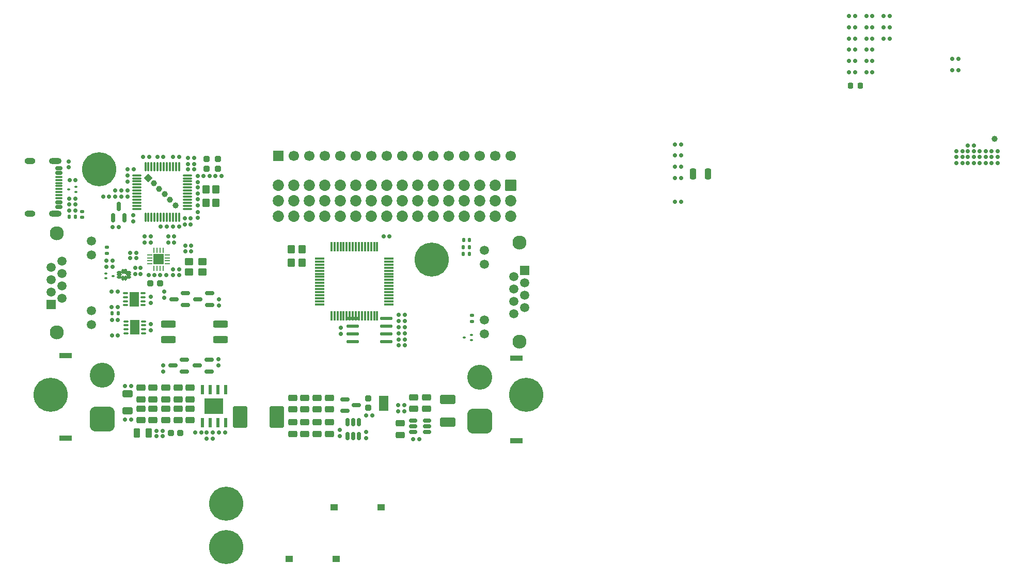
<source format=gbr>
%TF.GenerationSoftware,KiCad,Pcbnew,9.0.3*%
%TF.CreationDate,2025-09-15T21:45:31+02:00*%
%TF.ProjectId,MMS2,4d4d5332-2e6b-4696-9361-645f70636258,rev?*%
%TF.SameCoordinates,Original*%
%TF.FileFunction,Soldermask,Top*%
%TF.FilePolarity,Negative*%
%FSLAX46Y46*%
G04 Gerber Fmt 4.6, Leading zero omitted, Abs format (unit mm)*
G04 Created by KiCad (PCBNEW 9.0.3) date 2025-09-15 21:45:31*
%MOMM*%
%LPD*%
G01*
G04 APERTURE LIST*
G04 Aperture macros list*
%AMRoundRect*
0 Rectangle with rounded corners*
0 $1 Rounding radius*
0 $2 $3 $4 $5 $6 $7 $8 $9 X,Y pos of 4 corners*
0 Add a 4 corners polygon primitive as box body*
4,1,4,$2,$3,$4,$5,$6,$7,$8,$9,$2,$3,0*
0 Add four circle primitives for the rounded corners*
1,1,$1+$1,$2,$3*
1,1,$1+$1,$4,$5*
1,1,$1+$1,$6,$7*
1,1,$1+$1,$8,$9*
0 Add four rect primitives between the rounded corners*
20,1,$1+$1,$2,$3,$4,$5,0*
20,1,$1+$1,$4,$5,$6,$7,0*
20,1,$1+$1,$6,$7,$8,$9,0*
20,1,$1+$1,$8,$9,$2,$3,0*%
%AMRotRect*
0 Rectangle, with rotation*
0 The origin of the aperture is its center*
0 $1 length*
0 $2 width*
0 $3 Rotation angle, in degrees counterclockwise*
0 Add horizontal line*
21,1,$1,$2,0,0,$3*%
%AMFreePoly0*
4,1,6,1.000000,0.000000,0.500000,-0.750000,-0.500000,-0.750000,-0.500000,0.750000,0.500000,0.750000,1.000000,0.000000,1.000000,0.000000,$1*%
%AMFreePoly1*
4,1,6,0.500000,-0.750000,-0.650000,-0.750000,-0.150000,0.000000,-0.650000,0.750000,0.500000,0.750000,0.500000,-0.750000,0.500000,-0.750000,$1*%
G04 Aperture macros list end*
%ADD10C,1.700000*%
%ADD11R,1.700000X1.700000*%
%ADD12C,4.100000*%
%ADD13RoundRect,1.025000X-1.025000X1.025000X-1.025000X-1.025000X1.025000X-1.025000X1.025000X1.025000X0*%
%ADD14R,2.000000X0.900000*%
%ADD15RoundRect,0.269000X0.494000X-0.269000X0.494000X0.269000X-0.494000X0.269000X-0.494000X-0.269000X0*%
%ADD16RoundRect,0.159000X0.159000X0.189000X-0.159000X0.189000X-0.159000X-0.189000X0.159000X-0.189000X0*%
%ADD17RoundRect,0.140000X0.140000X0.170000X-0.140000X0.170000X-0.140000X-0.170000X0.140000X-0.170000X0*%
%ADD18RoundRect,0.159000X-0.159000X-0.189000X0.159000X-0.189000X0.159000X0.189000X-0.159000X0.189000X0*%
%ADD19RoundRect,0.150000X0.590000X0.150000X-0.590000X0.150000X-0.590000X-0.150000X0.590000X-0.150000X0*%
%ADD20RoundRect,0.159000X0.189000X-0.159000X0.189000X0.159000X-0.189000X0.159000X-0.189000X-0.159000X0*%
%ADD21RoundRect,0.269000X0.269000X0.494000X-0.269000X0.494000X-0.269000X-0.494000X0.269000X-0.494000X0*%
%ADD22O,2.050000X0.590000*%
%ADD23RoundRect,0.267273X-0.570727X0.320727X-0.570727X-0.320727X0.570727X-0.320727X0.570727X0.320727X0*%
%ADD24RoundRect,0.269000X-0.494000X0.269000X-0.494000X-0.269000X0.494000X-0.269000X0.494000X0.269000X0*%
%ADD25RoundRect,0.159000X-0.189000X0.159000X-0.189000X-0.159000X0.189000X-0.159000X0.189000X0.159000X0*%
%ADD26RoundRect,0.150000X0.150000X-0.587500X0.150000X0.587500X-0.150000X0.587500X-0.150000X-0.587500X0*%
%ADD27R,1.500000X1.500000*%
%ADD28C,1.500000*%
%ADD29C,2.300000*%
%ADD30RoundRect,0.075000X0.350000X0.075000X-0.350000X0.075000X-0.350000X-0.075000X0.350000X-0.075000X0*%
%ADD31R,1.600000X2.400000*%
%ADD32RoundRect,0.150000X0.150000X-0.512500X0.150000X0.512500X-0.150000X0.512500X-0.150000X-0.512500X0*%
%ADD33C,1.000000*%
%ADD34RoundRect,0.250001X-0.949999X-1.499999X0.949999X-1.499999X0.949999X1.499999X-0.949999X1.499999X0*%
%ADD35RoundRect,0.239000X0.274000X-0.239000X0.274000X0.239000X-0.274000X0.239000X-0.274000X-0.239000X0*%
%ADD36RoundRect,0.075000X0.700000X0.075000X-0.700000X0.075000X-0.700000X-0.075000X0.700000X-0.075000X0*%
%ADD37RoundRect,0.075000X0.075000X0.700000X-0.075000X0.700000X-0.075000X-0.700000X0.075000X-0.700000X0*%
%ADD38RoundRect,0.239000X-0.239000X-0.274000X0.239000X-0.274000X0.239000X0.274000X-0.239000X0.274000X0*%
%ADD39C,5.600000*%
%ADD40RoundRect,0.239000X-0.274000X0.239000X-0.274000X-0.239000X0.274000X-0.239000X0.274000X0.239000X0*%
%ADD41RoundRect,0.075000X0.662500X0.075000X-0.662500X0.075000X-0.662500X-0.075000X0.662500X-0.075000X0*%
%ADD42RoundRect,0.075000X0.075000X0.662500X-0.075000X0.662500X-0.075000X-0.662500X0.075000X-0.662500X0*%
%ADD43RotRect,1.000000X1.000000X45.000000*%
%ADD44RoundRect,0.250000X0.970000X0.310000X-0.970000X0.310000X-0.970000X-0.310000X0.970000X-0.310000X0*%
%ADD45RoundRect,0.135000X-0.135000X-0.185000X0.135000X-0.185000X0.135000X0.185000X-0.135000X0.185000X0*%
%ADD46RoundRect,0.100000X0.125000X0.100000X-0.125000X0.100000X-0.125000X-0.100000X0.125000X-0.100000X0*%
%ADD47RoundRect,0.150000X-0.425000X0.150000X-0.425000X-0.150000X0.425000X-0.150000X0.425000X0.150000X0*%
%ADD48RoundRect,0.075000X-0.500000X0.075000X-0.500000X-0.075000X0.500000X-0.075000X0.500000X0.075000X0*%
%ADD49O,2.100000X1.000000*%
%ADD50O,1.800000X1.000000*%
%ADD51RoundRect,0.250001X0.999999X-0.499999X0.999999X0.499999X-0.999999X0.499999X-0.999999X-0.499999X0*%
%ADD52RoundRect,0.150000X0.512500X0.150000X-0.512500X0.150000X-0.512500X-0.150000X0.512500X-0.150000X0*%
%ADD53R,1.250000X1.000000*%
%ADD54RoundRect,0.140000X0.170000X-0.140000X0.170000X0.140000X-0.170000X0.140000X-0.170000X-0.140000X0*%
%ADD55RoundRect,0.250000X0.350000X-0.450000X0.350000X0.450000X-0.350000X0.450000X-0.350000X-0.450000X0*%
%ADD56RoundRect,0.220000X-0.220000X-0.255000X0.220000X-0.255000X0.220000X0.255000X-0.220000X0.255000X0*%
%ADD57RoundRect,0.150000X-0.590000X-0.150000X0.590000X-0.150000X0.590000X0.150000X-0.590000X0.150000X0*%
%ADD58RoundRect,0.135000X0.185000X-0.135000X0.185000X0.135000X-0.185000X0.135000X-0.185000X-0.135000X0*%
%ADD59RoundRect,0.135000X-0.185000X0.135000X-0.185000X-0.135000X0.185000X-0.135000X0.185000X0.135000X0*%
%ADD60RoundRect,0.135000X0.135000X0.185000X-0.135000X0.185000X-0.135000X-0.185000X0.135000X-0.185000X0*%
%ADD61RoundRect,0.102000X-0.825000X-0.825000X0.825000X-0.825000X0.825000X0.825000X-0.825000X0.825000X0*%
%ADD62C,1.854000*%
%ADD63RoundRect,1.025000X1.025000X-1.025000X1.025000X1.025000X-1.025000X1.025000X-1.025000X-1.025000X0*%
%ADD64RoundRect,0.102000X-0.112500X0.331500X-0.112500X-0.331500X0.112500X-0.331500X0.112500X0.331500X0*%
%ADD65RoundRect,0.102000X-0.112500X0.281500X-0.112500X-0.281500X0.112500X-0.281500X0.112500X0.281500X0*%
%ADD66RoundRect,0.102000X-0.281500X0.112500X-0.281500X-0.112500X0.281500X-0.112500X0.281500X0.112500X0*%
%ADD67FreePoly0,270.000000*%
%ADD68FreePoly1,270.000000*%
%ADD69RoundRect,0.062500X0.350000X0.062500X-0.350000X0.062500X-0.350000X-0.062500X0.350000X-0.062500X0*%
%ADD70RoundRect,0.062500X0.062500X0.350000X-0.062500X0.350000X-0.062500X-0.350000X0.062500X-0.350000X0*%
%ADD71R,3.100000X2.600000*%
%ADD72R,0.600000X1.550000*%
%ADD73RoundRect,0.100000X-0.125000X-0.100000X0.125000X-0.100000X0.125000X0.100000X-0.125000X0.100000X0*%
%ADD74RoundRect,0.250000X-0.450000X-0.350000X0.450000X-0.350000X0.450000X0.350000X-0.450000X0.350000X0*%
%ADD75RoundRect,0.250000X0.250000X-0.650000X0.250000X0.650000X-0.250000X0.650000X-0.250000X-0.650000X0*%
G04 APERTURE END LIST*
%TO.C,JP301*%
G36*
X141350000Y-129210000D02*
G01*
X139850000Y-129210000D01*
X139850000Y-131660000D01*
X141350000Y-131660000D01*
X141350000Y-129210000D01*
G37*
%TD*%
D10*
%TO.C,REF\u002A\u002A*%
X161460000Y-89800000D03*
X158920000Y-89800000D03*
X156380000Y-89800000D03*
X153840000Y-89800000D03*
X151300000Y-89800000D03*
X148760000Y-89800000D03*
X146220000Y-89800000D03*
X143680000Y-89800000D03*
X141140000Y-89800000D03*
X138600000Y-89800000D03*
X136060000Y-89800000D03*
X133520000Y-89800000D03*
X130980000Y-89800000D03*
X128440000Y-89800000D03*
X125900000Y-89800000D03*
D11*
X123360000Y-89800000D03*
%TD*%
D12*
%TO.C,J7*%
X156400000Y-126150000D03*
D13*
X156400000Y-133350000D03*
D14*
X162400000Y-136500000D03*
X162400000Y-123000000D03*
%TD*%
D15*
%TO.C,C11*%
X129700000Y-131400000D03*
X129700000Y-129500000D03*
%TD*%
D16*
%TO.C,R501*%
X97000000Y-114600000D03*
X96000000Y-114600000D03*
%TD*%
%TO.C,C703*%
X107046000Y-101439888D03*
X106046000Y-101439888D03*
%TD*%
D17*
%TO.C,C46*%
X154670000Y-103600000D03*
X153710000Y-103600000D03*
%TD*%
D18*
%TO.C,R403*%
X238300000Y-91000000D03*
X239300000Y-91000000D03*
%TD*%
D16*
%TO.C,R710*%
X95600000Y-96500000D03*
X94600000Y-96500000D03*
%TD*%
D19*
%TO.C,Q2*%
X111961256Y-125165000D03*
X111961256Y-123265000D03*
X110081256Y-124215000D03*
%TD*%
D20*
%TO.C,R16*%
X133600000Y-119000000D03*
X133600000Y-118000000D03*
%TD*%
%TO.C,C702*%
X110170000Y-94100000D03*
X110170000Y-93100000D03*
%TD*%
D16*
%TO.C,C503*%
X97000000Y-112100000D03*
X96000000Y-112100000D03*
%TD*%
D18*
%TO.C,C426*%
X222600000Y-70550000D03*
X223600000Y-70550000D03*
%TD*%
D15*
%TO.C,C28*%
X131700000Y-131400000D03*
X131700000Y-129500000D03*
%TD*%
D19*
%TO.C,Q5*%
X112050000Y-114250000D03*
X112050000Y-112350000D03*
X110170000Y-113300000D03*
%TD*%
D18*
%TO.C,R10*%
X103400000Y-135800000D03*
X104400000Y-135800000D03*
%TD*%
D21*
%TO.C,C16*%
X102050000Y-135300000D03*
X100150000Y-135300000D03*
%TD*%
D18*
%TO.C,C314*%
X216900000Y-68700000D03*
X217900000Y-68700000D03*
%TD*%
%TO.C,C26*%
X188400000Y-87900000D03*
X189400000Y-87900000D03*
%TD*%
%TO.C,C401*%
X216900000Y-72400000D03*
X217900000Y-72400000D03*
%TD*%
D22*
%TO.C,U6*%
X141070000Y-120310000D03*
X141070000Y-119040000D03*
X141070000Y-117760000D03*
X141070000Y-116490000D03*
X135530000Y-116490000D03*
X135530000Y-117760000D03*
X135530000Y-119040000D03*
X135530000Y-120310000D03*
%TD*%
D23*
%TO.C,D1*%
X98600000Y-128850000D03*
X98600000Y-131650000D03*
%TD*%
D24*
%TO.C,C6*%
X102800000Y-127850000D03*
X102800000Y-129750000D03*
%TD*%
D18*
%TO.C,R704*%
X106096000Y-90000000D03*
X107096000Y-90000000D03*
%TD*%
D25*
%TO.C,C705*%
X110170000Y-99000000D03*
X110170000Y-100000000D03*
%TD*%
D20*
%TO.C,C704*%
X97600000Y-96500000D03*
X97600000Y-95500000D03*
%TD*%
D19*
%TO.C,Q3*%
X107940000Y-125165000D03*
X107940000Y-123265000D03*
X106060000Y-124215000D03*
%TD*%
D18*
%TO.C,C405*%
X219750000Y-68700000D03*
X220750000Y-68700000D03*
%TD*%
D26*
%TO.C,Q700*%
X96250000Y-99937500D03*
X98150000Y-99937500D03*
X97200000Y-98062500D03*
%TD*%
D27*
%TO.C,J9*%
X163750000Y-108610000D03*
D28*
X161970000Y-109626000D03*
X163750000Y-110642000D03*
X161970000Y-111658000D03*
X163750000Y-112674000D03*
X161970000Y-113690000D03*
X163750000Y-114706000D03*
X161970000Y-115722000D03*
X157150000Y-105310000D03*
X157150000Y-107600000D03*
X157150000Y-116740000D03*
X157150000Y-119030000D03*
D29*
X162860000Y-104040000D03*
X162860000Y-120300000D03*
%TD*%
D20*
%TO.C,C502*%
X102400000Y-113900000D03*
X102400000Y-112900000D03*
%TD*%
D18*
%TO.C,C416*%
X236400000Y-91000000D03*
X237400000Y-91000000D03*
%TD*%
D30*
%TO.C,U501*%
X101200000Y-114300000D03*
X101200000Y-113650000D03*
X101200000Y-113000000D03*
X101200000Y-112350000D03*
X98300000Y-112350000D03*
X98300000Y-113000000D03*
X98300000Y-113650000D03*
X98300000Y-114300000D03*
D31*
X99750000Y-113325000D03*
%TD*%
D32*
%TO.C,U5*%
X134650000Y-135737500D03*
X135600000Y-135737500D03*
X136550000Y-135737500D03*
X136550000Y-133462500D03*
X135600000Y-133462500D03*
X134650000Y-133462500D03*
%TD*%
D33*
%TO.C,TP302*%
X240750000Y-87000000D03*
%TD*%
D18*
%TO.C,C10*%
X113600000Y-135150000D03*
X114600000Y-135150000D03*
%TD*%
D34*
%TO.C,L1*%
X117100000Y-132600000D03*
X123100000Y-132600000D03*
%TD*%
D18*
%TO.C,R713*%
X111100000Y-93110000D03*
X112100000Y-93110000D03*
%TD*%
%TO.C,C403*%
X216900000Y-76100000D03*
X217900000Y-76100000D03*
%TD*%
D20*
%TO.C,R711*%
X96600000Y-96500000D03*
X96600000Y-95500000D03*
%TD*%
%TO.C,C500*%
X102450000Y-118425000D03*
X102450000Y-117425000D03*
%TD*%
%TO.C,R706*%
X108046000Y-101039888D03*
X108046000Y-100039888D03*
%TD*%
D18*
%TO.C,C700*%
X233850000Y-73900000D03*
X234850000Y-73900000D03*
%TD*%
D16*
%TO.C,R901*%
X106275000Y-103000000D03*
X105275000Y-103000000D03*
%TD*%
D35*
%TO.C,D2*%
X138050000Y-131140000D03*
X138050000Y-129560000D03*
%TD*%
D16*
%TO.C,R715*%
X99600000Y-92000000D03*
X98600000Y-92000000D03*
%TD*%
D18*
%TO.C,R405*%
X234500000Y-91000000D03*
X235500000Y-91000000D03*
%TD*%
D36*
%TO.C,U1*%
X141475000Y-114149999D03*
X141475000Y-113650000D03*
X141475000Y-113150000D03*
X141475000Y-112650000D03*
X141475000Y-112150000D03*
X141475000Y-111649999D03*
X141475000Y-111150000D03*
X141475000Y-110650000D03*
X141475000Y-110150000D03*
X141475000Y-109650000D03*
X141475000Y-109150001D03*
X141475000Y-108650000D03*
X141475000Y-108150000D03*
X141475000Y-107650000D03*
X141475000Y-107150000D03*
X141475000Y-106650001D03*
D37*
X139549999Y-104725000D03*
X139050000Y-104725000D03*
X138550000Y-104725000D03*
X138050000Y-104725000D03*
X137550000Y-104725000D03*
X137049999Y-104725000D03*
X136550000Y-104725000D03*
X136050000Y-104725000D03*
X135550000Y-104725000D03*
X135050000Y-104725000D03*
X134550001Y-104725000D03*
X134050000Y-104725000D03*
X133550000Y-104725000D03*
X133050000Y-104725000D03*
X132550000Y-104725000D03*
X132050001Y-104725000D03*
D36*
X130125000Y-106650001D03*
X130125000Y-107150000D03*
X130125000Y-107650000D03*
X130125000Y-108150000D03*
X130125000Y-108650000D03*
X130125000Y-109150001D03*
X130125000Y-109650000D03*
X130125000Y-110150000D03*
X130125000Y-110650000D03*
X130125000Y-111150000D03*
X130125000Y-111649999D03*
X130125000Y-112150000D03*
X130125000Y-112650000D03*
X130125000Y-113150000D03*
X130125000Y-113650000D03*
X130125000Y-114149999D03*
D37*
X132050001Y-116075000D03*
X132550000Y-116075000D03*
X133050000Y-116075000D03*
X133550000Y-116075000D03*
X134050000Y-116075000D03*
X134550001Y-116075000D03*
X135050000Y-116075000D03*
X135550000Y-116075000D03*
X136050000Y-116075000D03*
X136550000Y-116075000D03*
X137049999Y-116075000D03*
X137550000Y-116075000D03*
X138050000Y-116075000D03*
X138550000Y-116075000D03*
X139050000Y-116075000D03*
X139549999Y-116075000D03*
%TD*%
D38*
%TO.C,D301*%
X102360000Y-110700000D03*
X103940000Y-110700000D03*
%TD*%
D15*
%TO.C,C13*%
X125700000Y-131400000D03*
X125700000Y-129500000D03*
%TD*%
D18*
%TO.C,R801*%
X89100000Y-93800000D03*
X90100000Y-93800000D03*
%TD*%
D24*
%TO.C,C14*%
X100800000Y-127850000D03*
X100800000Y-129750000D03*
%TD*%
D18*
%TO.C,R408*%
X240300000Y-91000000D03*
X241300000Y-91000000D03*
%TD*%
D20*
%TO.C,R714*%
X98600000Y-94000000D03*
X98600000Y-93000000D03*
%TD*%
D16*
%TO.C,R15*%
X100050000Y-105700000D03*
X99050000Y-105700000D03*
%TD*%
D39*
%TO.C,H3*%
X114800000Y-154000000D03*
%TD*%
D16*
%TO.C,R709*%
X97200000Y-101460112D03*
X96200000Y-101460112D03*
%TD*%
D40*
%TO.C,D700*%
X113400000Y-90320000D03*
X113400000Y-91900000D03*
%TD*%
D41*
%TO.C,U700*%
X108458500Y-98489888D03*
X108458500Y-97989888D03*
X108458500Y-97489888D03*
X108458500Y-96989888D03*
X108458500Y-96489888D03*
X108458500Y-95989888D03*
X108458500Y-95489888D03*
X108458500Y-94989888D03*
X108458500Y-94489888D03*
X108458500Y-93989888D03*
X108458500Y-93489888D03*
X108458500Y-92989888D03*
D42*
X107046000Y-91577388D03*
X106546000Y-91577388D03*
X106046000Y-91577388D03*
X105546000Y-91577388D03*
X105046000Y-91577388D03*
X104546000Y-91577388D03*
X104046000Y-91577388D03*
X103546000Y-91577388D03*
X103046000Y-91577388D03*
X102546000Y-91577388D03*
X102046000Y-91577388D03*
X101546000Y-91577388D03*
D41*
X100133500Y-92989888D03*
X100133500Y-93489888D03*
X100133500Y-93989888D03*
X100133500Y-94489888D03*
X100133500Y-94989888D03*
X100133500Y-95489888D03*
X100133500Y-95989888D03*
X100133500Y-96489888D03*
X100133500Y-96989888D03*
X100133500Y-97489888D03*
X100133500Y-97989888D03*
X100133500Y-98489888D03*
D42*
X101546000Y-99902388D03*
X102046000Y-99902388D03*
X102546000Y-99902388D03*
X103046000Y-99902388D03*
X103546000Y-99902388D03*
X104046000Y-99902388D03*
X104546000Y-99902388D03*
X105046000Y-99902388D03*
X105546000Y-99902388D03*
X106046000Y-99902388D03*
X106546000Y-99902388D03*
X107046000Y-99902388D03*
%TD*%
D18*
%TO.C,R407*%
X240300000Y-90000000D03*
X241300000Y-90000000D03*
%TD*%
D30*
%TO.C,U500*%
X101250000Y-118900000D03*
X101250000Y-118250000D03*
X101250000Y-117600000D03*
X101250000Y-116950000D03*
X98350000Y-116950000D03*
X98350000Y-117600000D03*
X98350000Y-118250000D03*
X98350000Y-118900000D03*
D31*
X99800000Y-117925000D03*
%TD*%
D18*
%TO.C,R406*%
X240300000Y-89000000D03*
X241300000Y-89000000D03*
%TD*%
D39*
%TO.C,H2*%
X148500000Y-106800000D03*
%TD*%
D18*
%TO.C,C706*%
X108546000Y-90139888D03*
X109546000Y-90139888D03*
%TD*%
%TO.C,R708*%
X103500000Y-90000000D03*
X104500000Y-90000000D03*
%TD*%
%TO.C,C404*%
X219750000Y-66850000D03*
X220750000Y-66850000D03*
%TD*%
D43*
%TO.C,J3*%
X102007898Y-93407898D03*
D33*
X102905924Y-94305924D03*
X103803949Y-95203949D03*
X104701975Y-96101975D03*
X105600000Y-97000000D03*
X106498026Y-97898026D03*
%TD*%
D20*
%TO.C,R5*%
X104500000Y-125172500D03*
X104500000Y-124172500D03*
%TD*%
D39*
%TO.C,H4*%
X164000000Y-129000000D03*
%TD*%
D44*
%TO.C,SW5*%
X113880000Y-119900000D03*
X113880000Y-117360000D03*
X105270000Y-117360000D03*
X105270000Y-119900000D03*
%TD*%
D16*
%TO.C,R308*%
X103050000Y-109400000D03*
X102050000Y-109400000D03*
%TD*%
D20*
%TO.C,R803*%
X96150000Y-108000000D03*
X96150000Y-107000000D03*
%TD*%
%TO.C,R705*%
X108946000Y-101039888D03*
X108946000Y-100039888D03*
%TD*%
D45*
%TO.C,R54*%
X153670000Y-105900000D03*
X154690000Y-105900000D03*
%TD*%
D18*
%TO.C,R404*%
X236400000Y-88100000D03*
X237400000Y-88100000D03*
%TD*%
%TO.C,C29*%
X188400000Y-89750000D03*
X189400000Y-89750000D03*
%TD*%
%TO.C,R805*%
X89070000Y-98800000D03*
X90070000Y-98800000D03*
%TD*%
D25*
%TO.C,C801*%
X89000000Y-90700000D03*
X89000000Y-91700000D03*
%TD*%
D24*
%TO.C,C8*%
X106900000Y-127850000D03*
X106900000Y-129750000D03*
%TD*%
D46*
%TO.C,U3*%
X154987500Y-120000000D03*
X154987500Y-119200000D03*
X153837500Y-119600000D03*
%TD*%
D47*
%TO.C,J800*%
X87360000Y-91800000D03*
X87360000Y-92600000D03*
D48*
X87360000Y-93750000D03*
X87360000Y-94750000D03*
X87360000Y-95250000D03*
X87360000Y-96250000D03*
D47*
X87360000Y-97400000D03*
X87360000Y-98200000D03*
X87360000Y-98200000D03*
X87360000Y-97400000D03*
D48*
X87360000Y-96750000D03*
X87360000Y-95750000D03*
X87360000Y-94250000D03*
X87360000Y-93250000D03*
D47*
X87360000Y-92600000D03*
X87360000Y-91800000D03*
D49*
X86785000Y-90680000D03*
D50*
X82605000Y-90680000D03*
D49*
X86785000Y-99320000D03*
D50*
X82605000Y-99320000D03*
%TD*%
D18*
%TO.C,C313*%
X216900000Y-66850000D03*
X217900000Y-66850000D03*
%TD*%
D35*
%TO.C,D701*%
X111600000Y-91900000D03*
X111600000Y-90320000D03*
%TD*%
D51*
%TO.C,L301*%
X151100000Y-133450000D03*
X151100000Y-129750000D03*
%TD*%
D25*
%TO.C,R802*%
X95150000Y-107000000D03*
X95150000Y-108000000D03*
%TD*%
D24*
%TO.C,C9*%
X106900000Y-131250000D03*
X106900000Y-133150000D03*
%TD*%
D18*
%TO.C,C422*%
X219750000Y-74250000D03*
X220750000Y-74250000D03*
%TD*%
D16*
%TO.C,R707*%
X114000000Y-93110000D03*
X113000000Y-93110000D03*
%TD*%
D52*
%TO.C,U301*%
X147700000Y-135100000D03*
X147700000Y-134150000D03*
X147700000Y-133200000D03*
X145425000Y-133200000D03*
X145425000Y-134150000D03*
X145425000Y-135100000D03*
%TD*%
D16*
%TO.C,C17*%
X146462500Y-136300000D03*
X145462500Y-136300000D03*
%TD*%
D53*
%TO.C,SW2*%
X132850000Y-155950000D03*
X125100000Y-155950000D03*
%TD*%
D18*
%TO.C,R400*%
X234500000Y-90000000D03*
X235500000Y-90000000D03*
%TD*%
D20*
%TO.C,C312*%
X99850000Y-109150000D03*
X99850000Y-108150000D03*
%TD*%
D16*
%TO.C,R903*%
X109075000Y-104562500D03*
X108075000Y-104562500D03*
%TD*%
%TO.C,R4*%
X110700000Y-135200000D03*
X109700000Y-135200000D03*
%TD*%
D18*
%TO.C,C21*%
X188400000Y-97300000D03*
X189400000Y-97300000D03*
%TD*%
D54*
%TO.C,C45*%
X91200000Y-99880000D03*
X91200000Y-98920000D03*
%TD*%
D24*
%TO.C,C24*%
X127700000Y-133500000D03*
X127700000Y-135400000D03*
%TD*%
%TO.C,C7*%
X102800000Y-131250000D03*
X102800000Y-133150000D03*
%TD*%
D16*
%TO.C,R20*%
X144100000Y-118900000D03*
X143100000Y-118900000D03*
%TD*%
D18*
%TO.C,C424*%
X222600000Y-66850000D03*
X223600000Y-66850000D03*
%TD*%
D25*
%TO.C,R712*%
X99570000Y-99522612D03*
X99570000Y-100522612D03*
%TD*%
D18*
%TO.C,C423*%
X219750000Y-76100000D03*
X220750000Y-76100000D03*
%TD*%
%TO.C,C421*%
X219750000Y-72400000D03*
X220750000Y-72400000D03*
%TD*%
D16*
%TO.C,R500*%
X97050000Y-119225000D03*
X96050000Y-119225000D03*
%TD*%
D18*
%TO.C,C420*%
X219750000Y-70550000D03*
X220750000Y-70550000D03*
%TD*%
D16*
%TO.C,R902*%
X109075000Y-105500000D03*
X108075000Y-105500000D03*
%TD*%
D55*
%TO.C,Y700*%
X113070000Y-97500000D03*
X113070000Y-95300000D03*
X111470000Y-95300000D03*
X111470000Y-97500000D03*
%TD*%
D20*
%TO.C,R6*%
X111600000Y-136200000D03*
X111600000Y-135200000D03*
%TD*%
D56*
%TO.C,FB401*%
X217190000Y-78280000D03*
X218770000Y-78280000D03*
%TD*%
D57*
%TO.C,Q7*%
X134260000Y-129750000D03*
X134260000Y-131650000D03*
X136140000Y-130700000D03*
%TD*%
D16*
%TO.C,R900*%
X106275000Y-104000000D03*
X105275000Y-104000000D03*
%TD*%
D20*
%TO.C,C708*%
X110170000Y-96000000D03*
X110170000Y-95000000D03*
%TD*%
D18*
%TO.C,C701*%
X101200000Y-90000000D03*
X102200000Y-90000000D03*
%TD*%
D39*
%TO.C,H4*%
X94000000Y-92000000D03*
%TD*%
D24*
%TO.C,C15*%
X100800000Y-131250000D03*
X100800000Y-133150000D03*
%TD*%
D58*
%TO.C,R53*%
X95200000Y-105810000D03*
X95200000Y-104790000D03*
%TD*%
D18*
%TO.C,R18*%
X143100000Y-117900000D03*
X144100000Y-117900000D03*
%TD*%
%TO.C,C402*%
X216900000Y-74250000D03*
X217900000Y-74250000D03*
%TD*%
D20*
%TO.C,R307*%
X143000000Y-131700000D03*
X143000000Y-130700000D03*
%TD*%
D24*
%TO.C,C4*%
X104900000Y-127850000D03*
X104900000Y-129750000D03*
%TD*%
D20*
%TO.C,R716*%
X98600000Y-96500000D03*
X98600000Y-95500000D03*
%TD*%
D15*
%TO.C,C12*%
X127700000Y-131400000D03*
X127700000Y-129500000D03*
%TD*%
D18*
%TO.C,R906*%
X101400000Y-103000000D03*
X102400000Y-103000000D03*
%TD*%
D20*
%TO.C,R2*%
X113625000Y-114342500D03*
X113625000Y-113342500D03*
%TD*%
D24*
%TO.C,C20*%
X147600000Y-129400000D03*
X147600000Y-131300000D03*
%TD*%
D18*
%TO.C,R22*%
X143100000Y-119900000D03*
X144100000Y-119900000D03*
%TD*%
D27*
%TO.C,J8*%
X86125000Y-114217695D03*
D28*
X87905000Y-113201695D03*
X86125000Y-112185695D03*
X87905000Y-111169695D03*
X86125000Y-110153695D03*
X87905000Y-109137695D03*
X86125000Y-108121695D03*
X87905000Y-107105695D03*
X92725000Y-117517695D03*
X92725000Y-115227695D03*
X92725000Y-106087695D03*
X92725000Y-103797695D03*
D29*
X87015000Y-118787695D03*
X87015000Y-102527695D03*
%TD*%
D18*
%TO.C,R13*%
X137725000Y-132425000D03*
X138725000Y-132425000D03*
%TD*%
D53*
%TO.C,SW1*%
X140200000Y-147450000D03*
X132450000Y-147450000D03*
%TD*%
D20*
%TO.C,R804*%
X100750000Y-109150000D03*
X100750000Y-108150000D03*
%TD*%
D59*
%TO.C,R55*%
X155100000Y-115980000D03*
X155100000Y-117000000D03*
%TD*%
D18*
%TO.C,R907*%
X101400000Y-104000000D03*
X102400000Y-104000000D03*
%TD*%
D24*
%TO.C,C22*%
X131700000Y-133500000D03*
X131700000Y-135400000D03*
%TD*%
D16*
%TO.C,C501*%
X97050000Y-116700000D03*
X96050000Y-116700000D03*
%TD*%
D20*
%TO.C,C27*%
X112600000Y-136200000D03*
X112600000Y-135200000D03*
%TD*%
D60*
%TO.C,R56*%
X154700000Y-104800000D03*
X153680000Y-104800000D03*
%TD*%
D16*
%TO.C,R14*%
X100050000Y-106600000D03*
X99050000Y-106600000D03*
%TD*%
D18*
%TO.C,R401*%
X238300000Y-89000000D03*
X239300000Y-89000000D03*
%TD*%
D24*
%TO.C,C23*%
X129700000Y-133500000D03*
X129700000Y-135400000D03*
%TD*%
D61*
%TO.C,J1*%
X161480000Y-94620000D03*
D62*
X158940000Y-94620000D03*
X156400000Y-94620000D03*
X153860000Y-94620000D03*
X151320000Y-94620000D03*
X148780000Y-94620000D03*
X146240000Y-94620000D03*
X143700000Y-94620000D03*
X141160000Y-94620000D03*
X138620000Y-94620000D03*
X136080000Y-94620000D03*
X133540000Y-94620000D03*
X131000000Y-94620000D03*
X128460000Y-94620000D03*
X125920000Y-94620000D03*
X123380000Y-94620000D03*
X161480000Y-97160000D03*
X158940000Y-97160000D03*
X156400000Y-97160000D03*
X153860000Y-97160000D03*
X151320000Y-97160000D03*
X148780000Y-97160000D03*
X146240000Y-97160000D03*
X143700000Y-97160000D03*
X141160000Y-97160000D03*
X138620000Y-97160000D03*
X136080000Y-97160000D03*
X133540000Y-97160000D03*
X131000000Y-97160000D03*
X128460000Y-97160000D03*
X125920000Y-97160000D03*
X123380000Y-97160000D03*
X161480000Y-99700000D03*
X158940000Y-99700000D03*
X156400000Y-99700000D03*
X153860000Y-99700000D03*
X151320000Y-99700000D03*
X148780000Y-99700000D03*
X146240000Y-99700000D03*
X143700000Y-99700000D03*
X141160000Y-99700000D03*
X138620000Y-99700000D03*
X136080000Y-99700000D03*
X133540000Y-99700000D03*
X131000000Y-99700000D03*
X128460000Y-99700000D03*
X125920000Y-99700000D03*
X123380000Y-99700000D03*
%TD*%
D25*
%TO.C,C900*%
X107100000Y-108400000D03*
X107100000Y-109400000D03*
%TD*%
D24*
%TO.C,C25*%
X125700000Y-133500000D03*
X125700000Y-135400000D03*
%TD*%
D16*
%TO.C,R19*%
X144100000Y-116900000D03*
X143100000Y-116900000D03*
%TD*%
D55*
%TO.C,X1*%
X127255000Y-107350000D03*
X127255000Y-105150000D03*
X125495000Y-105150000D03*
X125495000Y-107350000D03*
%TD*%
D46*
%TO.C,U401*%
X90150000Y-95700000D03*
X90150000Y-94900000D03*
X89000000Y-95300000D03*
%TD*%
D20*
%TO.C,C3*%
X133400000Y-135800000D03*
X133400000Y-134800000D03*
%TD*%
D18*
%TO.C,C410*%
X236400000Y-89000000D03*
X237400000Y-89000000D03*
%TD*%
%TO.C,C904*%
X103950000Y-109400000D03*
X104950000Y-109400000D03*
%TD*%
%TO.C,C400*%
X216900000Y-70550000D03*
X217900000Y-70550000D03*
%TD*%
D14*
%TO.C,J2*%
X88475000Y-136097122D03*
X88475000Y-122597122D03*
D63*
X94475000Y-132947122D03*
D12*
X94475000Y-125747122D03*
%TD*%
D16*
%TO.C,R21*%
X144100000Y-120900000D03*
X143100000Y-120900000D03*
%TD*%
D64*
%TO.C,U801*%
X98250000Y-108781500D03*
D65*
X97850000Y-108731500D03*
D66*
X97281500Y-108900000D03*
X97281500Y-109300000D03*
X97281500Y-109700000D03*
D65*
X97850000Y-109868500D03*
X98250000Y-109868500D03*
D66*
X98818500Y-109700000D03*
X98818500Y-109300000D03*
X98818500Y-108900000D03*
%TD*%
D18*
%TO.C,R703*%
X233850000Y-75750000D03*
X234850000Y-75750000D03*
%TD*%
D45*
%TO.C,R51*%
X89090000Y-99800000D03*
X90110000Y-99800000D03*
%TD*%
D25*
%TO.C,R11*%
X144000000Y-130700000D03*
X144000000Y-131700000D03*
%TD*%
D67*
%TO.C,JP301*%
X140600000Y-129710000D03*
D68*
X140600000Y-131160000D03*
%TD*%
D18*
%TO.C,C800*%
X89075000Y-97800000D03*
X90075000Y-97800000D03*
%TD*%
%TO.C,C425*%
X222600000Y-68700000D03*
X223600000Y-68700000D03*
%TD*%
D69*
%TO.C,U302*%
X105162500Y-107525000D03*
X105162500Y-107025000D03*
X105162500Y-106525000D03*
X105162500Y-106025000D03*
D70*
X104450000Y-105312500D03*
X103950000Y-105312500D03*
X103450000Y-105312500D03*
X102950000Y-105312500D03*
D69*
X102237500Y-106025000D03*
X102237500Y-106525000D03*
X102237500Y-107025000D03*
X102237500Y-107525000D03*
D70*
X102950000Y-108237500D03*
X103450000Y-108237500D03*
X103950000Y-108237500D03*
X104450000Y-108237500D03*
D11*
X103700000Y-106775000D03*
%TD*%
D18*
%TO.C,R800*%
X89075000Y-96800000D03*
X90075000Y-96800000D03*
%TD*%
D25*
%TO.C,R3*%
X104625000Y-112042500D03*
X104625000Y-113042500D03*
%TD*%
D18*
%TO.C,R17*%
X143100000Y-115900000D03*
X144100000Y-115900000D03*
%TD*%
D25*
%TO.C,R1*%
X113500000Y-123172500D03*
X113500000Y-124172500D03*
%TD*%
D18*
%TO.C,C415*%
X236400000Y-90000000D03*
X237400000Y-90000000D03*
%TD*%
D71*
%TO.C,U2*%
X112765000Y-130850000D03*
D72*
X114670000Y-128150000D03*
X113400000Y-128150000D03*
X112130000Y-128150000D03*
X110860000Y-128150000D03*
X110860000Y-133550000D03*
X112130000Y-133550000D03*
X113400000Y-133550000D03*
X114670000Y-133550000D03*
%TD*%
D16*
%TO.C,R12*%
X104400000Y-134900000D03*
X103400000Y-134900000D03*
%TD*%
D18*
%TO.C,R402*%
X238300000Y-90000000D03*
X239300000Y-90000000D03*
%TD*%
D73*
%TO.C,U4*%
X95075000Y-109100000D03*
X95075000Y-109900000D03*
X96225000Y-109500000D03*
%TD*%
D74*
%TO.C,Y900*%
X108700000Y-108850000D03*
X110900000Y-108850000D03*
X110900000Y-107150000D03*
X108700000Y-107150000D03*
%TD*%
D24*
%TO.C,C2*%
X108900000Y-131250000D03*
X108900000Y-133150000D03*
%TD*%
D18*
%TO.C,C30*%
X188400000Y-91600000D03*
X189400000Y-91600000D03*
%TD*%
%TO.C,R702*%
X104046000Y-101439888D03*
X105046000Y-101439888D03*
%TD*%
D39*
%TO.C,H1*%
X114800000Y-146850000D03*
%TD*%
D25*
%TO.C,C707*%
X110170000Y-96900000D03*
X110170000Y-97900000D03*
%TD*%
%TO.C,C902*%
X106100000Y-108400000D03*
X106100000Y-109400000D03*
%TD*%
%TO.C,R7*%
X137700000Y-135100000D03*
X137700000Y-136100000D03*
%TD*%
D24*
%TO.C,C5*%
X104900000Y-131250000D03*
X104900000Y-133150000D03*
%TD*%
%TO.C,C19*%
X143300000Y-133700000D03*
X143300000Y-135600000D03*
%TD*%
D18*
%TO.C,C32*%
X140575000Y-103050000D03*
X141575000Y-103050000D03*
%TD*%
D16*
%TO.C,R9*%
X99200000Y-133050000D03*
X98200000Y-133050000D03*
%TD*%
D38*
%TO.C,D402*%
X105710000Y-135300000D03*
X107290000Y-135300000D03*
%TD*%
D16*
%TO.C,R700*%
X109546000Y-91139888D03*
X108546000Y-91139888D03*
%TD*%
D39*
%TO.C,H4*%
X86000000Y-129000000D03*
%TD*%
D24*
%TO.C,C1*%
X108900000Y-127850000D03*
X108900000Y-129750000D03*
%TD*%
D18*
%TO.C,R701*%
X108546000Y-92039888D03*
X109546000Y-92039888D03*
%TD*%
D16*
%TO.C,R8*%
X99200000Y-127550000D03*
X98200000Y-127550000D03*
%TD*%
D75*
%TO.C,X2*%
X191325000Y-92745000D03*
X193825000Y-92745000D03*
%TD*%
D60*
%TO.C,R52*%
X97060000Y-115625000D03*
X96040000Y-115625000D03*
%TD*%
D18*
%TO.C,C31*%
X188400000Y-93450000D03*
X189400000Y-93450000D03*
%TD*%
D24*
%TO.C,C18*%
X145500000Y-129400000D03*
X145500000Y-131300000D03*
%TD*%
D18*
%TO.C,R409*%
X234500000Y-89000000D03*
X235500000Y-89000000D03*
%TD*%
D19*
%TO.C,Q6*%
X108090000Y-114250000D03*
X108090000Y-112350000D03*
X106210000Y-113300000D03*
%TD*%
M02*

</source>
